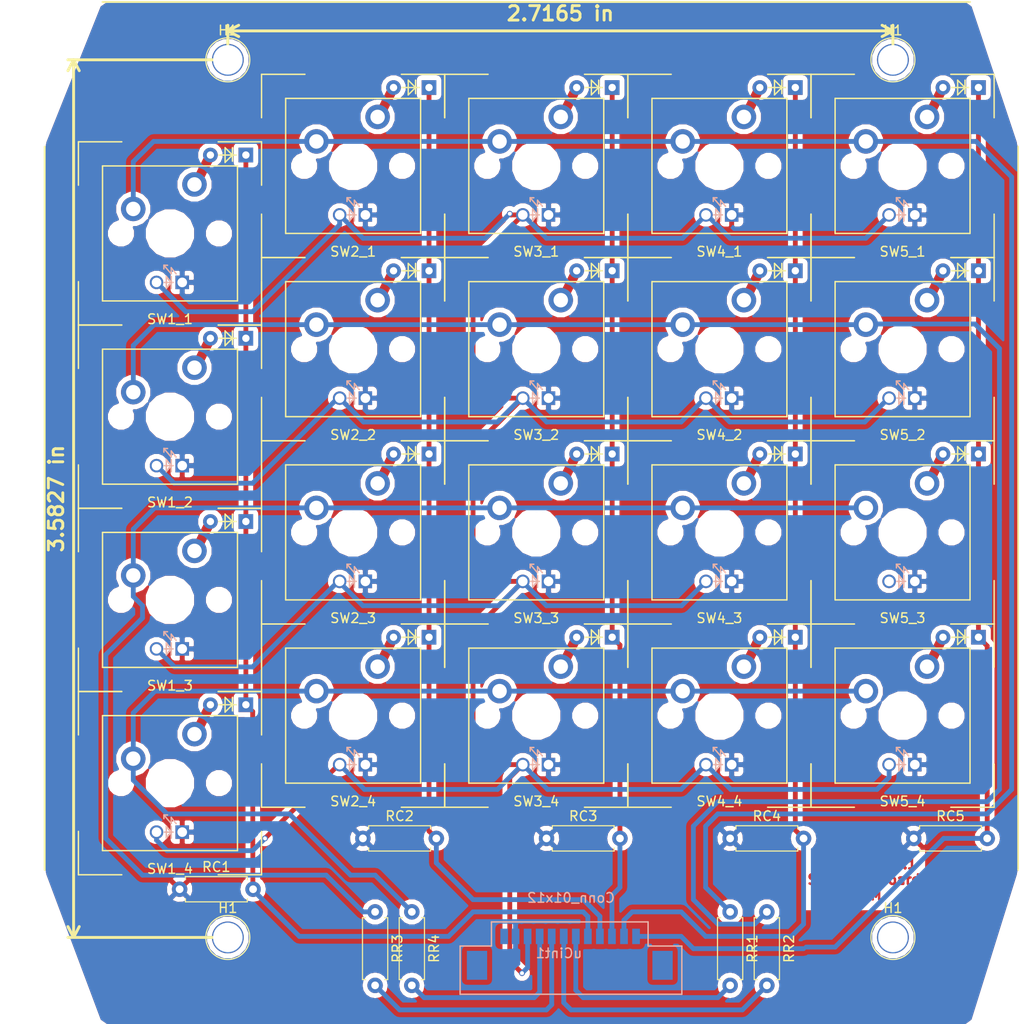
<source format=kicad_pcb>
(kicad_pcb (version 4) (host pcbnew 4.0.7-e2-6376~58~ubuntu16.04.1)
  (layers (0 F.Cu signal) (31 B.Cu signal) (34 B.Paste user) (35 F.Paste user) (36 B.SilkS user) (37 F.SilkS user) (38 B.Mask user) (39 F.Mask user) (44 Edge.Cuts user))
  (net 0 "")
  (net 1 GND)
  (net 2 C1)
  (net 3 C2)
  (net 4 C3)
  (net 5 C4)
  (net 6 C5)
  (net 7 R1)
  (net 8 pwmLED)
  (net 9 R2)
  (net 10 R3)
  (net 11 R4)
  (net 12 "Net-(RR1-Pad2)")
  (net 13 "Net-(RR2-Pad2)")
  (net 14 "Net-(RR3-Pad2)")
  (net 15 "Net-(RR4-Pad2)")
  (net 16 +5V)
  (module Keyboard:3mmHole (layer F.Cu) (at 66 45)
    (fp_text reference H1 (at 0 -3.048) (layer F.SilkS))
    (fp_text value 3mm)
    (pad "" np_thru_hole circle (at 0 0) (size 3.3 3.3) (drill 3.048) (layers *.Cu *.Mask))
  )
  (module Keyboard:3mmHole (layer F.Cu) (at 66 136)
    (fp_text reference H1 (at 0 -3.048) (layer F.SilkS))
    (fp_text value 3mm)
    (pad "" np_thru_hole circle (at 0 0) (size 3.3 3.3) (drill 3.048) (layers *.Cu *.Mask))
  )
  (module Keyboard:3mmHole (layer F.Cu) (at 135 136)
    (fp_text reference H1 (at 0 -3.048) (layer F.SilkS))
    (fp_text value 3mm)
    (pad "" np_thru_hole circle (at 0 0) (size 3.3 3.3) (drill 3.048) (layers *.Cu *.Mask))
  )
  (module CherryMX_PCB_DL (layer F.Cu) (at 60 82)
    (fp_text reference SW1_2 (at 0 8.89) (layer F.SilkS))
    (fp_text value SW_SPST_LED)
    (fp_line (start 3.048 -5.842) (end 3.937 -7.62) (layer F.Cu) (width 1))
    (pad 1 thru_hole circle (at -3.81 -2.54) (size 2.54 2.54) (drill 1.5) (layers *.Cu *.Mask) (net 9 R2))
    (pad "" thru_hole circle (at 2.54 -5.08) (size 2.54 2.54) (drill 1.5) (layers *.Cu *.Mask))
    (pad "" np_thru_hole circle (at 0 0) (size 4 4) (drill 4) (layers *.Cu *.Mask))
    (pad "" np_thru_hole circle (at -5.08 0) (size 1.7 1.7) (drill 1.7) (layers *.Cu *.Mask))
    (pad "" np_thru_hole circle (at 5.08 0) (size 1.7 1.7) (drill 1.7) (layers *.Cu *.Mask))
    (pad 4 thru_hole circle (at -1.397 5.08) (size 1.4064 1.4064) (drill 1) (layers *.Cu *.Mask) (net 8 pwmLED))
    (pad 3 thru_hole rect (at 1.27 5.08) (size 1.4064 1.4064) (drill 1) (layers *.Cu *.Mask) (net 1 GND))
    (pad 2 thru_hole rect (at 7.874 -8.128) (size 1.524 1.524) (drill 0.762) (layers *.Cu *.Mask) (net 2 C1))
    (pad "" thru_hole circle (at 4.191 -8.128) (size 1.524 1.524) (drill 0.762) (layers *.Cu *.Mask))
  )
  (module Resistors_THT:R_Axial_DIN0207_L6.3mm_D2.5mm_P7.62mm_Horizontal (layer F.Cu) (at 61 131)
    (fp_text reference RC1 (at 3.81 -2.31) (layer F.SilkS))
    (fp_text value R)
    (pad 1 thru_hole circle (at 0 0) (size 1.6 1.6) (drill 0.8) (layers *.Cu *.Mask) (net 1 GND))
    (pad 2 thru_hole oval (at 7.62 0) (size 1.6 1.6) (drill 0.8) (layers *.Cu *.Mask) (net 2 C1))
  )
  (module Resistors_THT:R_Axial_DIN0207_L6.3mm_D2.5mm_P7.62mm_Horizontal (layer F.Cu) (at 80.01 125.73)
    (fp_text reference RC2 (at 3.81 -2.31) (layer F.SilkS))
    (fp_text value R)
    (pad 1 thru_hole circle (at 0 0) (size 1.6 1.6) (drill 0.8) (layers *.Cu *.Mask) (net 1 GND))
    (pad 2 thru_hole oval (at 7.62 0) (size 1.6 1.6) (drill 0.8) (layers *.Cu *.Mask) (net 3 C2))
  )
  (module Resistors_THT:R_Axial_DIN0207_L6.3mm_D2.5mm_P7.62mm_Horizontal (layer F.Cu) (at 99.06 125.73)
    (fp_text reference RC3 (at 3.81 -2.31) (layer F.SilkS))
    (fp_text value R)
    (pad 1 thru_hole circle (at 0 0) (size 1.6 1.6) (drill 0.8) (layers *.Cu *.Mask) (net 1 GND))
    (pad 2 thru_hole oval (at 7.62 0) (size 1.6 1.6) (drill 0.8) (layers *.Cu *.Mask) (net 4 C3))
  )
  (module Resistors_THT:R_Axial_DIN0207_L6.3mm_D2.5mm_P7.62mm_Horizontal (layer F.Cu) (at 118.11 125.73)
    (fp_text reference RC4 (at 3.81 -2.31) (layer F.SilkS))
    (fp_text value R)
    (pad 1 thru_hole circle (at 0 0) (size 1.6 1.6) (drill 0.8) (layers *.Cu *.Mask) (net 1 GND))
    (pad 2 thru_hole oval (at 7.62 0) (size 1.6 1.6) (drill 0.8) (layers *.Cu *.Mask) (net 5 C4))
  )
  (module Resistors_THT:R_Axial_DIN0207_L6.3mm_D2.5mm_P7.62mm_Horizontal (layer F.Cu) (at 137.16 125.73)
    (fp_text reference RC5 (at 3.81 -2.31) (layer F.SilkS))
    (fp_text value R)
    (pad 1 thru_hole circle (at 0 0) (size 1.6 1.6) (drill 0.8) (layers *.Cu *.Mask) (net 1 GND))
    (pad 2 thru_hole oval (at 7.62 0) (size 1.6 1.6) (drill 0.8) (layers *.Cu *.Mask) (net 6 C5))
  )
  (module Keyboard:CherryMX_PCB_DL (layer F.Cu) (at 60 101)
    (fp_text reference SW1_3 (at 0 8.89) (layer F.SilkS))
    (fp_text value SW_SPST_LED)
    (fp_line (start 3.048 -5.842) (end 3.937 -7.62) (layer F.Cu) (width 1))
    (pad 1 thru_hole circle (at -3.81 -2.54) (size 2.54 2.54) (drill 1.5) (layers *.Cu *.Mask) (net 10 R3))
    (pad "" thru_hole circle (at 2.54 -5.08) (size 2.54 2.54) (drill 1.5) (layers *.Cu *.Mask))
    (pad "" np_thru_hole circle (at 0 0) (size 4 4) (drill 4) (layers *.Cu *.Mask))
    (pad "" np_thru_hole circle (at -5.08 0) (size 1.7 1.7) (drill 1.7) (layers *.Cu *.Mask))
    (pad "" np_thru_hole circle (at 5.08 0) (size 1.7 1.7) (drill 1.7) (layers *.Cu *.Mask))
    (pad 4 thru_hole circle (at -1.397 5.08) (size 1.4064 1.4064) (drill 1) (layers *.Cu *.Mask) (net 8 pwmLED))
    (pad 3 thru_hole rect (at 1.27 5.08) (size 1.4064 1.4064) (drill 1) (layers *.Cu *.Mask) (net 1 GND))
    (pad 2 thru_hole rect (at 7.874 -8.128) (size 1.524 1.524) (drill 0.762) (layers *.Cu *.Mask) (net 2 C1))
    (pad "" thru_hole circle (at 4.191 -8.128) (size 1.524 1.524) (drill 0.762) (layers *.Cu *.Mask))
  )
  (module Keyboard:CherryMX_PCB_DL (layer F.Cu) (at 60 63)
    (fp_text reference SW1_1 (at 0 8.89) (layer F.SilkS))
    (fp_text value SW_SPST_LED)
    (fp_line (start 3.048 -5.842) (end 3.937 -7.62) (layer F.Cu) (width 1))
    (pad 1 thru_hole circle (at -3.81 -2.54) (size 2.54 2.54) (drill 1.5) (layers *.Cu *.Mask) (net 7 R1))
    (pad "" thru_hole circle (at 2.54 -5.08) (size 2.54 2.54) (drill 1.5) (layers *.Cu *.Mask))
    (pad "" np_thru_hole circle (at 0 0) (size 4 4) (drill 4) (layers *.Cu *.Mask))
    (pad "" np_thru_hole circle (at -5.08 0) (size 1.7 1.7) (drill 1.7) (layers *.Cu *.Mask))
    (pad "" np_thru_hole circle (at 5.08 0) (size 1.7 1.7) (drill 1.7) (layers *.Cu *.Mask))
    (pad 4 thru_hole circle (at -1.397 5.08) (size 1.4064 1.4064) (drill 1) (layers *.Cu *.Mask) (net 8 pwmLED))
    (pad 3 thru_hole rect (at 1.27 5.08) (size 1.4064 1.4064) (drill 1) (layers *.Cu *.Mask) (net 1 GND))
    (pad 2 thru_hole rect (at 7.874 -8.128) (size 1.524 1.524) (drill 0.762) (layers *.Cu *.Mask) (net 2 C1))
    (pad "" thru_hole circle (at 4.191 -8.128) (size 1.524 1.524) (drill 0.762) (layers *.Cu *.Mask))
  )
  (module Keyboard:CherryMX_PCB_DL (layer F.Cu) (at 60 120)
    (fp_text reference SW1_4 (at 0 8.89) (layer F.SilkS))
    (fp_text value SW_SPST_LED)
    (fp_line (start 3.048 -5.842) (end 3.937 -7.62) (layer F.Cu) (width 1))
    (pad 1 thru_hole circle (at -3.81 -2.54) (size 2.54 2.54) (drill 1.5) (layers *.Cu *.Mask) (net 11 R4))
    (pad "" thru_hole circle (at 2.54 -5.08) (size 2.54 2.54) (drill 1.5) (layers *.Cu *.Mask))
    (pad "" np_thru_hole circle (at 0 0) (size 4 4) (drill 4) (layers *.Cu *.Mask))
    (pad "" np_thru_hole circle (at -5.08 0) (size 1.7 1.7) (drill 1.7) (layers *.Cu *.Mask))
    (pad "" np_thru_hole circle (at 5.08 0) (size 1.7 1.7) (drill 1.7) (layers *.Cu *.Mask))
    (pad 4 thru_hole circle (at -1.397 5.08) (size 1.4064 1.4064) (drill 1) (layers *.Cu *.Mask) (net 8 pwmLED))
    (pad 3 thru_hole rect (at 1.27 5.08) (size 1.4064 1.4064) (drill 1) (layers *.Cu *.Mask) (net 1 GND))
    (pad 2 thru_hole rect (at 7.874 -8.128) (size 1.524 1.524) (drill 0.762) (layers *.Cu *.Mask) (net 2 C1))
    (pad "" thru_hole circle (at 4.191 -8.128) (size 1.524 1.524) (drill 0.762) (layers *.Cu *.Mask))
  )
  (module Keyboard:CherryMX_PCB_DL (layer F.Cu) (at 79 56)
    (fp_text reference SW2_1 (at 0 8.89) (layer F.SilkS))
    (fp_text value SW_SPST_LED)
    (fp_line (start 3.048 -5.842) (end 3.937 -7.62) (layer F.Cu) (width 1))
    (pad 1 thru_hole circle (at -3.81 -2.54) (size 2.54 2.54) (drill 1.5) (layers *.Cu *.Mask) (net 7 R1))
    (pad "" thru_hole circle (at 2.54 -5.08) (size 2.54 2.54) (drill 1.5) (layers *.Cu *.Mask))
    (pad "" np_thru_hole circle (at 0 0) (size 4 4) (drill 4) (layers *.Cu *.Mask))
    (pad "" np_thru_hole circle (at -5.08 0) (size 1.7 1.7) (drill 1.7) (layers *.Cu *.Mask))
    (pad "" np_thru_hole circle (at 5.08 0) (size 1.7 1.7) (drill 1.7) (layers *.Cu *.Mask))
    (pad 4 thru_hole circle (at -1.397 5.08) (size 1.4064 1.4064) (drill 1) (layers *.Cu *.Mask) (net 8 pwmLED))
    (pad 3 thru_hole rect (at 1.27 5.08) (size 1.4064 1.4064) (drill 1) (layers *.Cu *.Mask) (net 1 GND))
    (pad 2 thru_hole rect (at 7.874 -8.128) (size 1.524 1.524) (drill 0.762) (layers *.Cu *.Mask) (net 3 C2))
    (pad "" thru_hole circle (at 4.191 -8.128) (size 1.524 1.524) (drill 0.762) (layers *.Cu *.Mask))
  )
  (module Keyboard:CherryMX_PCB_DL (layer F.Cu) (at 79 75)
    (fp_text reference SW2_2 (at 0 8.89) (layer F.SilkS))
    (fp_text value SW_SPST_LED)
    (fp_line (start 3.048 -5.842) (end 3.937 -7.62) (layer F.Cu) (width 1))
    (pad 1 thru_hole circle (at -3.81 -2.54) (size 2.54 2.54) (drill 1.5) (layers *.Cu *.Mask) (net 9 R2))
    (pad "" thru_hole circle (at 2.54 -5.08) (size 2.54 2.54) (drill 1.5) (layers *.Cu *.Mask))
    (pad "" np_thru_hole circle (at 0 0) (size 4 4) (drill 4) (layers *.Cu *.Mask))
    (pad "" np_thru_hole circle (at -5.08 0) (size 1.7 1.7) (drill 1.7) (layers *.Cu *.Mask))
    (pad "" np_thru_hole circle (at 5.08 0) (size 1.7 1.7) (drill 1.7) (layers *.Cu *.Mask))
    (pad 4 thru_hole circle (at -1.397 5.08) (size 1.4064 1.4064) (drill 1) (layers *.Cu *.Mask) (net 8 pwmLED))
    (pad 3 thru_hole rect (at 1.27 5.08) (size 1.4064 1.4064) (drill 1) (layers *.Cu *.Mask) (net 1 GND))
    (pad 2 thru_hole rect (at 7.874 -8.128) (size 1.524 1.524) (drill 0.762) (layers *.Cu *.Mask) (net 3 C2))
    (pad "" thru_hole circle (at 4.191 -8.128) (size 1.524 1.524) (drill 0.762) (layers *.Cu *.Mask))
  )
  (module Keyboard:CherryMX_PCB_DL (layer F.Cu) (at 79 94)
    (fp_text reference SW2_3 (at 0 8.89) (layer F.SilkS))
    (fp_text value SW_SPST_LED)
    (fp_line (start 3.048 -5.842) (end 3.937 -7.62) (layer F.Cu) (width 1))
    (pad 1 thru_hole circle (at -3.81 -2.54) (size 2.54 2.54) (drill 1.5) (layers *.Cu *.Mask) (net 10 R3))
    (pad "" thru_hole circle (at 2.54 -5.08) (size 2.54 2.54) (drill 1.5) (layers *.Cu *.Mask))
    (pad "" np_thru_hole circle (at 0 0) (size 4 4) (drill 4) (layers *.Cu *.Mask))
    (pad "" np_thru_hole circle (at -5.08 0) (size 1.7 1.7) (drill 1.7) (layers *.Cu *.Mask))
    (pad "" np_thru_hole circle (at 5.08 0) (size 1.7 1.7) (drill 1.7) (layers *.Cu *.Mask))
    (pad 4 thru_hole circle (at -1.397 5.08) (size 1.4064 1.4064) (drill 1) (layers *.Cu *.Mask) (net 8 pwmLED))
    (pad 3 thru_hole rect (at 1.27 5.08) (size 1.4064 1.4064) (drill 1) (layers *.Cu *.Mask) (net 1 GND))
    (pad 2 thru_hole rect (at 7.874 -8.128) (size 1.524 1.524) (drill 0.762) (layers *.Cu *.Mask) (net 3 C2))
    (pad "" thru_hole circle (at 4.191 -8.128) (size 1.524 1.524) (drill 0.762) (layers *.Cu *.Mask))
  )
  (module Keyboard:CherryMX_PCB_DL (layer F.Cu) (at 79 113)
    (fp_text reference SW2_4 (at 0 8.89) (layer F.SilkS))
    (fp_text value SW_SPST_LED)
    (fp_line (start 3.048 -5.842) (end 3.937 -7.62) (layer F.Cu) (width 1))
    (pad 1 thru_hole circle (at -3.81 -2.54) (size 2.54 2.54) (drill 1.5) (layers *.Cu *.Mask) (net 11 R4))
    (pad "" thru_hole circle (at 2.54 -5.08) (size 2.54 2.54) (drill 1.5) (layers *.Cu *.Mask))
    (pad "" np_thru_hole circle (at 0 0) (size 4 4) (drill 4) (layers *.Cu *.Mask))
    (pad "" np_thru_hole circle (at -5.08 0) (size 1.7 1.7) (drill 1.7) (layers *.Cu *.Mask))
    (pad "" np_thru_hole circle (at 5.08 0) (size 1.7 1.7) (drill 1.7) (layers *.Cu *.Mask))
    (pad 4 thru_hole circle (at -1.397 5.08) (size 1.4064 1.4064) (drill 1) (layers *.Cu *.Mask) (net 8 pwmLED))
    (pad 3 thru_hole rect (at 1.27 5.08) (size 1.4064 1.4064) (drill 1) (layers *.Cu *.Mask) (net 1 GND))
    (pad 2 thru_hole rect (at 7.874 -8.128) (size 1.524 1.524) (drill 0.762) (layers *.Cu *.Mask) (net 3 C2))
    (pad "" thru_hole circle (at 4.191 -8.128) (size 1.524 1.524) (drill 0.762) (layers *.Cu *.Mask))
  )
  (module Keyboard:CherryMX_PCB_DL (layer F.Cu) (at 98 75)
    (fp_text reference SW3_2 (at 0 8.89) (layer F.SilkS))
    (fp_text value SW_SPST_LED)
    (fp_line (start 3.048 -5.842) (end 3.937 -7.62) (layer F.Cu) (width 1))
    (pad 1 thru_hole circle (at -3.81 -2.54) (size 2.54 2.54) (drill 1.5) (layers *.Cu *.Mask) (net 9 R2))
    (pad "" thru_hole circle (at 2.54 -5.08) (size 2.54 2.54) (drill 1.5) (layers *.Cu *.Mask))
    (pad "" np_thru_hole circle (at 0 0) (size 4 4) (drill 4) (layers *.Cu *.Mask))
    (pad "" np_thru_hole circle (at -5.08 0) (size 1.7 1.7) (drill 1.7) (layers *.Cu *.Mask))
    (pad "" np_thru_hole circle (at 5.08 0) (size 1.7 1.7) (drill 1.7) (layers *.Cu *.Mask))
    (pad 4 thru_hole circle (at -1.397 5.08) (size 1.4064 1.4064) (drill 1) (layers *.Cu *.Mask) (net 8 pwmLED))
    (pad 3 thru_hole rect (at 1.27 5.08) (size 1.4064 1.4064) (drill 1) (layers *.Cu *.Mask) (net 1 GND))
    (pad 2 thru_hole rect (at 7.874 -8.128) (size 1.524 1.524) (drill 0.762) (layers *.Cu *.Mask) (net 4 C3))
    (pad "" thru_hole circle (at 4.191 -8.128) (size 1.524 1.524) (drill 0.762) (layers *.Cu *.Mask))
  )
  (module Keyboard:CherryMX_PCB_DL (layer F.Cu) (at 98 56)
    (fp_text reference SW3_1 (at 0 8.89) (layer F.SilkS))
    (fp_text value SW_SPST_LED)
    (fp_line (start 3.048 -5.842) (end 3.937 -7.62) (layer F.Cu) (width 1))
    (pad 1 thru_hole circle (at -3.81 -2.54) (size 2.54 2.54) (drill 1.5) (layers *.Cu *.Mask) (net 7 R1))
    (pad "" thru_hole circle (at 2.54 -5.08) (size 2.54 2.54) (drill 1.5) (layers *.Cu *.Mask))
    (pad "" np_thru_hole circle (at 0 0) (size 4 4) (drill 4) (layers *.Cu *.Mask))
    (pad "" np_thru_hole circle (at -5.08 0) (size 1.7 1.7) (drill 1.7) (layers *.Cu *.Mask))
    (pad "" np_thru_hole circle (at 5.08 0) (size 1.7 1.7) (drill 1.7) (layers *.Cu *.Mask))
    (pad 4 thru_hole circle (at -1.397 5.08) (size 1.4064 1.4064) (drill 1) (layers *.Cu *.Mask) (net 8 pwmLED))
    (pad 3 thru_hole rect (at 1.27 5.08) (size 1.4064 1.4064) (drill 1) (layers *.Cu *.Mask) (net 1 GND))
    (pad 2 thru_hole rect (at 7.874 -8.128) (size 1.524 1.524) (drill 0.762) (layers *.Cu *.Mask) (net 4 C3))
    (pad "" thru_hole circle (at 4.191 -8.128) (size 1.524 1.524) (drill 0.762) (layers *.Cu *.Mask))
  )
  (module Keyboard:CherryMX_PCB_DL (layer F.Cu) (at 98 113)
    (fp_text reference SW3_4 (at 0 8.89) (layer F.SilkS))
    (fp_text value SW_SPST_LED)
    (fp_line (start 3.048 -5.842) (end 3.937 -7.62) (layer F.Cu) (width 1))
    (pad 1 thru_hole circle (at -3.81 -2.54) (size 2.54 2.54) (drill 1.5) (layers *.Cu *.Mask) (net 11 R4))
    (pad "" thru_hole circle (at 2.54 -5.08) (size 2.54 2.54) (drill 1.5) (layers *.Cu *.Mask))
    (pad "" np_thru_hole circle (at 0 0) (size 4 4) (drill 4) (layers *.Cu *.Mask))
    (pad "" np_thru_hole circle (at -5.08 0) (size 1.7 1.7) (drill 1.7) (layers *.Cu *.Mask))
    (pad "" np_thru_hole circle (at 5.08 0) (size 1.7 1.7) (drill 1.7) (layers *.Cu *.Mask))
    (pad 4 thru_hole circle (at -1.397 5.08) (size 1.4064 1.4064) (drill 1) (layers *.Cu *.Mask) (net 8 pwmLED))
    (pad 3 thru_hole rect (at 1.27 5.08) (size 1.4064 1.4064) (drill 1) (layers *.Cu *.Mask) (net 1 GND))
    (pad 2 thru_hole rect (at 7.874 -8.128) (size 1.524 1.524) (drill 0.762) (layers *.Cu *.Mask) (net 4 C3))
    (pad "" thru_hole circle (at 4.191 -8.128) (size 1.524 1.524) (drill 0.762) (layers *.Cu *.Mask))
  )
  (module Keyboard:CherryMX_PCB_DL (layer F.Cu) (at 98 94)
    (fp_text reference SW3_3 (at 0 8.89) (layer F.SilkS))
    (fp_text value SW_SPST_LED)
    (fp_line (start 3.048 -5.842) (end 3.937 -7.62) (layer F.Cu) (width 1))
    (pad 1 thru_hole circle (at -3.81 -2.54) (size 2.54 2.54) (drill 1.5) (layers *.Cu *.Mask) (net 10 R3))
    (pad "" thru_hole circle (at 2.54 -5.08) (size 2.54 2.54) (drill 1.5) (layers *.Cu *.Mask))
    (pad "" np_thru_hole circle (at 0 0) (size 4 4) (drill 4) (layers *.Cu *.Mask))
    (pad "" np_thru_hole circle (at -5.08 0) (size 1.7 1.7) (drill 1.7) (layers *.Cu *.Mask))
    (pad "" np_thru_hole circle (at 5.08 0) (size 1.7 1.7) (drill 1.7) (layers *.Cu *.Mask))
    (pad 4 thru_hole circle (at -1.397 5.08) (size 1.4064 1.4064) (drill 1) (layers *.Cu *.Mask) (net 8 pwmLED))
    (pad 3 thru_hole rect (at 1.27 5.08) (size 1.4064 1.4064) (drill 1) (layers *.Cu *.Mask) (net 1 GND))
    (pad 2 thru_hole rect (at 7.874 -8.128) (size 1.524 1.524) (drill 0.762) (layers *.Cu *.Mask) (net 4 C3))
    (pad "" thru_hole circle (at 4.191 -8.128) (size 1.524 1.524) (drill 0.762) (layers *.Cu *.Mask))
  )
  (module Keyboard:CherryMX_PCB_DL (layer F.Cu) (at 117 56)
    (fp_text reference SW4_1 (at 0 8.89) (layer F.SilkS))
    (fp_text value SW_SPST_LED)
    (fp_line (start 3.048 -5.842) (end 3.937 -7.62) (layer F.Cu) (width 1))
    (pad 1 thru_hole circle (at -3.81 -2.54) (size 2.54 2.54) (drill 1.5) (layers *.Cu *.Mask) (net 7 R1))
    (pad "" thru_hole circle (at 2.54 -5.08) (size 2.54 2.54) (drill 1.5) (layers *.Cu *.Mask))
    (pad "" np_thru_hole circle (at 0 0) (size 4 4) (drill 4) (layers *.Cu *.Mask))
    (pad "" np_thru_hole circle (at -5.08 0) (size 1.7 1.7) (drill 1.7) (layers *.Cu *.Mask))
    (pad "" np_thru_hole circle (at 5.08 0) (size 1.7 1.7) (drill 1.7) (layers *.Cu *.Mask))
    (pad 4 thru_hole circle (at -1.397 5.08) (size 1.4064 1.4064) (drill 1) (layers *.Cu *.Mask) (net 8 pwmLED))
    (pad 3 thru_hole rect (at 1.27 5.08) (size 1.4064 1.4064) (drill 1) (layers *.Cu *.Mask) (net 1 GND))
    (pad 2 thru_hole rect (at 7.874 -8.128) (size 1.524 1.524) (drill 0.762) (layers *.Cu *.Mask) (net 5 C4))
    (pad "" thru_hole circle (at 4.191 -8.128) (size 1.524 1.524) (drill 0.762) (layers *.Cu *.Mask))
  )
  (module Keyboard:CherryMX_PCB_DL (layer F.Cu) (at 117 75)
    (fp_text reference SW4_2 (at 0 8.89) (layer F.SilkS))
    (fp_text value SW_SPST_LED)
    (fp_line (start 3.048 -5.842) (end 3.937 -7.62) (layer F.Cu) (width 1))
    (pad 1 thru_hole circle (at -3.81 -2.54) (size 2.54 2.54) (drill 1.5) (layers *.Cu *.Mask) (net 9 R2))
    (pad "" thru_hole circle (at 2.54 -5.08) (size 2.54 2.54) (drill 1.5) (layers *.Cu *.Mask))
    (pad "" np_thru_hole circle (at 0 0) (size 4 4) (drill 4) (layers *.Cu *.Mask))
    (pad "" np_thru_hole circle (at -5.08 0) (size 1.7 1.7) (drill 1.7) (layers *.Cu *.Mask))
    (pad "" np_thru_hole circle (at 5.08 0) (size 1.7 1.7) (drill 1.7) (layers *.Cu *.Mask))
    (pad 4 thru_hole circle (at -1.397 5.08) (size 1.4064 1.4064) (drill 1) (layers *.Cu *.Mask) (net 8 pwmLED))
    (pad 3 thru_hole rect (at 1.27 5.08) (size 1.4064 1.4064) (drill 1) (layers *.Cu *.Mask) (net 1 GND))
    (pad 2 thru_hole rect (at 7.874 -8.128) (size 1.524 1.524) (drill 0.762) (layers *.Cu *.Mask) (net 5 C4))
    (pad "" thru_hole circle (at 4.191 -8.128) (size 1.524 1.524) (drill 0.762) (layers *.Cu *.Mask))
  )
  (module Keyboard:CherryMX_PCB_DL (layer F.Cu) (at 117 94)
    (fp_text reference SW4_3 (at 0 8.89) (layer F.SilkS))
    (fp_text value SW_SPST_LED)
    (fp_line (start 3.048 -5.842) (end 3.937 -7.62) (layer F.Cu) (width 1))
    (pad 1 thru_hole circle (at -3.81 -2.54) (size 2.54 2.54) (drill 1.5) (layers *.Cu *.Mask) (net 10 R3))
    (pad "" thru_hole circle (at 2.54 -5.08) (size 2.54 2.54) (drill 1.5) (layers *.Cu *.Mask))
    (pad "" np_thru_hole circle (at 0 0) (size 4 4) (drill 4) (layers *.Cu *.Mask))
    (pad "" np_thru_hole circle (at -5.08 0) (size 1.7 1.7) (drill 1.7) (layers *.Cu *.Mask))
    (pad "" np_thru_hole circle (at 5.08 0) (size 1.7 1.7) (drill 1.7) (layers *.Cu *.Mask))
    (pad 4 thru_hole circle (at -1.397 5.08) (size 1.4064 1.4064) (drill 1) (layers *.Cu *.Mask) (net 8 pwmLED))
    (pad 3 thru_hole rect (at 1.27 5.08) (size 1.4064 1.4064) (drill 1) (layers *.Cu *.Mask) (net 1 GND))
    (pad 2 thru_hole rect (at 7.874 -8.128) (size 1.524 1.524) (drill 0.762) (layers *.Cu *.Mask) (net 5 C4))
    (pad "" thru_hole circle (at 4.191 -8.128) (size 1.524 1.524) (drill 0.762) (layers *.Cu *.Mask))
  )
  (module Keyboard:CherryMX_PCB_DL (layer F.Cu) (at 117 113)
    (fp_text reference SW4_4 (at 0 8.89) (layer F.SilkS))
    (fp_text value SW_SPST_LED)
    (fp_line (start 3.048 -5.842) (end 3.937 -7.62) (layer F.Cu) (width 1))
    (pad 1 thru_hole circle (at -3.81 -2.54) (size 2.54 2.54) (drill 1.5) (layers *.Cu *.Mask) (net 11 R4))
    (pad "" thru_hole circle (at 2.54 -5.08) (size 2.54 2.54) (drill 1.5) (layers *.Cu *.Mask))
    (pad "" np_thru_hole circle (at 0 0) (size 4 4) (drill 4) (layers *.Cu *.Mask))
    (pad "" np_thru_hole circle (at -5.08 0) (size 1.7 1.7) (drill 1.7) (layers *.Cu *.Mask))
    (pad "" np_thru_hole circle (at 5.08 0) (size 1.7 1.7) (drill 1.7) (layers *.Cu *.Mask))
    (pad 4 thru_hole circle (at -1.397 5.08) (size 1.4064 1.4064) (drill 1) (layers *.Cu *.Mask) (net 8 pwmLED))
    (pad 3 thru_hole rect (at 1.27 5.08) (size 1.4064 1.4064) (drill 1) (layers *.Cu *.Mask) (net 1 GND))
    (pad 2 thru_hole rect (at 7.874 -8.128) (size 1.524 1.524) (drill 0.762) (layers *.Cu *.Mask) (net 5 C4))
    (pad "" thru_hole circle (at 4.191 -8.128) (size 1.524 1.524) (drill 0.762) (layers *.Cu *.Mask))
  )
  (module Keyboard:CherryMX_PCB_DL (layer F.Cu) (at 136 113)
    (fp_text reference SW5_4 (at 0 8.89) (layer F.SilkS))
    (fp_text value SW_SPST_LED)
    (fp_line (start 3.048 -5.842) (end 3.937 -7.62) (layer F.Cu) (width 1))
    (pad 1 thru_hole circle (at -3.81 -2.54) (size 2.54 2.54) (drill 1.5) (layers *.Cu *.Mask) (net 11 R4))
    (pad "" thru_hole circle (at 2.54 -5.08) (size 2.54 2.54) (drill 1.5) (layers *.Cu *.Mask))
    (pad "" np_thru_hole circle (at 0 0) (size 4 4) (drill 4) (layers *.Cu *.Mask))
    (pad "" np_thru_hole circle (at -5.08 0) (size 1.7 1.7) (drill 1.7) (layers *.Cu *.Mask))
    (pad "" np_thru_hole circle (at 5.08 0) (size 1.7 1.7) (drill 1.7) (layers *.Cu *.Mask))
    (pad 4 thru_hole circle (at -1.397 5.08) (size 1.4064 1.4064) (drill 1) (layers *.Cu *.Mask) (net 8 pwmLED))
    (pad 3 thru_hole rect (at 1.27 5.08) (size 1.4064 1.4064) (drill 1) (layers *.Cu *.Mask) (net 1 GND))
    (pad 2 thru_hole rect (at 7.874 -8.128) (size 1.524 1.524) (drill 0.762) (layers *.Cu *.Mask) (net 6 C5))
    (pad "" thru_hole circle (at 4.191 -8.128) (size 1.524 1.524) (drill 0.762) (layers *.Cu *.Mask))
  )
  (module Keyboard:CherryMX_PCB_DL (layer F.Cu) (at 136 94)
    (fp_text reference SW5_3 (at 0 8.89) (layer F.SilkS))
    (fp_text value SW_SPST_LED)
    (fp_line (start 3.048 -5.842) (end 3.937 -7.62) (layer F.Cu) (width 1))
    (pad 1 thru_hole circle (at -3.81 -2.54) (size 2.54 2.54) (drill 1.5) (layers *.Cu *.Mask) (net 10 R3))
    (pad "" thru_hole circle (at 2.54 -5.08) (size 2.54 2.54) (drill 1.5) (layers *.Cu *.Mask))
    (pad "" np_thru_hole circle (at 0 0) (size 4 4) (drill 4) (layers *.Cu *.Mask))
    (pad "" np_thru_hole circle (at -5.08 0) (size 1.7 1.7) (drill 1.7) (layers *.Cu *.Mask))
    (pad "" np_thru_hole circle (at 5.08 0) (size 1.7 1.7) (drill 1.7) (layers *.Cu *.Mask))
    (pad 4 thru_hole circle (at -1.397 5.08) (size 1.4064 1.4064) (drill 1) (layers *.Cu *.Mask) (net 8 pwmLED))
    (pad 3 thru_hole rect (at 1.27 5.08) (size 1.4064 1.4064) (drill 1) (layers *.Cu *.Mask) (net 1 GND))
    (pad 2 thru_hole rect (at 7.874 -8.128) (size 1.524 1.524) (drill 0.762) (layers *.Cu *.Mask) (net 6 C5))
    (pad "" thru_hole circle (at 4.191 -8.128) (size 1.524 1.524) (drill 0.762) (layers *.Cu *.Mask))
  )
  (module Keyboard:CherryMX_PCB_DL (layer F.Cu) (at 136 75)
    (fp_text reference SW5_2 (at 0 8.89) (layer F.SilkS))
    (fp_text value SW_SPST_LED)
    (fp_line (start 3.048 -5.842) (end 3.937 -7.62) (layer F.Cu) (width 1))
    (pad 1 thru_hole circle (at -3.81 -2.54) (size 2.54 2.54) (drill 1.5) (layers *.Cu *.Mask) (net 9 R2))
    (pad "" thru_hole circle (at 2.54 -5.08) (size 2.54 2.54) (drill 1.5) (layers *.Cu *.Mask))
    (pad "" np_thru_hole circle (at 0 0) (size 4 4) (drill 4) (layers *.Cu *.Mask))
    (pad "" np_thru_hole circle (at -5.08 0) (size 1.7 1.7) (drill 1.7) (layers *.Cu *.Mask))
    (pad "" np_thru_hole circle (at 5.08 0) (size 1.7 1.7) (drill 1.7) (layers *.Cu *.Mask))
    (pad 4 thru_hole circle (at -1.397 5.08) (size 1.4064 1.4064) (drill 1) (layers *.Cu *.Mask) (net 8 pwmLED))
    (pad 3 thru_hole rect (at 1.27 5.08) (size 1.4064 1.4064) (drill 1) (layers *.Cu *.Mask) (net 1 GND))
    (pad 2 thru_hole rect (at 7.874 -8.128) (size 1.524 1.524) (drill 0.762) (layers *.Cu *.Mask) (net 6 C5))
    (pad "" thru_hole circle (at 4.191 -8.128) (size 1.524 1.524) (drill 0.762) (layers *.Cu *.Mask))
  )
  (module Keyboard:CherryMX_PCB_DL (layer F.Cu) (at 136 56)
    (fp_text reference SW5_1 (at 0 8.89) (layer F.SilkS))
    (fp_text value SW_SPST_LED)
    (fp_line (start 3.048 -5.842) (end 3.937 -7.62) (layer F.Cu) (width 1))
    (pad 1 thru_hole circle (at -3.81 -2.54) (size 2.54 2.54) (drill 1.5) (layers *.Cu *.Mask) (net 7 R1))
    (pad "" thru_hole circle (at 2.54 -5.08) (size 2.54 2.54) (drill 1.5) (layers *.Cu *.Mask))
    (pad "" np_thru_hole circle (at 0 0) (size 4 4) (drill 4) (layers *.Cu *.Mask))
    (pad "" np_thru_hole circle (at -5.08 0) (size 1.7 1.7) (drill 1.7) (layers *.Cu *.Mask))
    (pad "" np_thru_hole circle (at 5.08 0) (size 1.7 1.7) (drill 1.7) (layers *.Cu *.Mask))
    (pad 4 thru_hole circle (at -1.397 5.08) (size 1.4064 1.4064) (drill 1) (layers *.Cu *.Mask) (net 8 pwmLED))
    (pad 3 thru_hole rect (at 1.27 5.08) (size 1.4064 1.4064) (drill 1) (layers *.Cu *.Mask) (net 1 GND))
    (pad 2 thru_hole rect (at 7.874 -8.128) (size 1.524 1.524) (drill 0.762) (layers *.Cu *.Mask) (net 6 C5))
    (pad "" thru_hole circle (at 4.191 -8.128) (size 1.524 1.524) (drill 0.762) (layers *.Cu *.Mask))
  )
  (module Resistors_THT:R_Axial_DIN0207_L6.3mm_D2.5mm_P7.62mm_Horizontal (layer F.Cu) (at 118.11 133.35 270)
    (fp_text reference RR1 (at 3.81 -2.31 270) (layer F.SilkS))
    (fp_text value R)
    (pad 1 thru_hole circle (at 0 0 270) (size 1.6 1.6) (drill 0.8) (layers *.Cu *.Mask) (net 7 R1))
    (pad 2 thru_hole oval (at 7.62 0 270) (size 1.6 1.6) (drill 0.8) (layers *.Cu *.Mask) (net 12 "Net-(RR1-Pad2)"))
  )
  (module Resistors_THT:R_Axial_DIN0207_L6.3mm_D2.5mm_P7.62mm_Horizontal (layer F.Cu) (at 121.92 133.35 270)
    (fp_text reference RR2 (at 3.81 -2.31 270) (layer F.SilkS))
    (fp_text value R)
    (pad 1 thru_hole circle (at 0 0 270) (size 1.6 1.6) (drill 0.8) (layers *.Cu *.Mask) (net 9 R2))
    (pad 2 thru_hole oval (at 7.62 0 270) (size 1.6 1.6) (drill 0.8) (layers *.Cu *.Mask) (net 13 "Net-(RR2-Pad2)"))
  )
  (module Resistors_THT:R_Axial_DIN0207_L6.3mm_D2.5mm_P7.62mm_Horizontal (layer F.Cu) (at 81.28 133.35 270)
    (fp_text reference RR3 (at 3.81 -2.31 270) (layer F.SilkS))
    (fp_text value R)
    (pad 1 thru_hole circle (at 0 0 270) (size 1.6 1.6) (drill 0.8) (layers *.Cu *.Mask) (net 10 R3))
    (pad 2 thru_hole oval (at 7.62 0 270) (size 1.6 1.6) (drill 0.8) (layers *.Cu *.Mask) (net 14 "Net-(RR3-Pad2)"))
  )
  (module Resistors_THT:R_Axial_DIN0207_L6.3mm_D2.5mm_P7.62mm_Horizontal (layer F.Cu) (at 85.09 133.35 270)
    (fp_text reference RR4 (at 3.81 -2.31 270) (layer F.SilkS))
    (fp_text value R)
    (pad 1 thru_hole circle (at 0 0 270) (size 1.6 1.6) (drill 0.8) (layers *.Cu *.Mask) (net 11 R4))
    (pad 2 thru_hole oval (at 7.62 0 270) (size 1.6 1.6) (drill 0.8) (layers *.Cu *.Mask) (net 15 "Net-(RR4-Pad2)"))
  )
  (module Keyboard:Molex_Right_Angle_1.25_mm_12_Contacts (layer B.Cu) (at 101.6 135.89 270)
    (fp_text reference uCint1 (at 1.75 1.25 360) (layer B.SilkS) (effects (justify mirror)))
    (fp_text value Conn_01x12 (at -4 0 360) (layer B.SilkS) (effects (justify mirror)))
    (pad "" smd rect (at 3 -9.5 270) (size 3 2.1) (layers B.Cu B.Paste B.Mask))
    (pad 1 smd rect (at 0 6.93 270) (size 1.6 0.8) (layers B.Cu B.Paste B.Mask) (net 16 +5V))
    (pad 2 smd rect (at 0 5.75 270) (size 1.6 0.8) (layers B.Cu B.Paste B.Mask) (net 1 GND))
    (pad 3 smd rect (at 0 4.5 270) (size 1.6 0.8) (layers B.Cu B.Paste B.Mask) (net 8 pwmLED))
    (pad 4 smd rect (at 0 3.25 270) (size 1.6 0.8) (layers B.Cu B.Paste B.Mask) (net 15 "Net-(RR4-Pad2)"))
    (pad 5 smd rect (at 0 2 270) (size 1.6 0.8) (layers B.Cu B.Paste B.Mask) (net 14 "Net-(RR3-Pad2)"))
    (pad 6 smd rect (at 0 0.75 270) (size 1.6 0.8) (layers B.Cu B.Paste B.Mask) (net 13 "Net-(RR2-Pad2)"))
    (pad 7 smd rect (at 0 -0.5 270) (size 1.6 0.8) (layers B.Cu B.Paste B.Mask) (net 12 "Net-(RR1-Pad2)"))
    (pad 8 smd rect (at 0 -1.75 270) (size 1.6 0.8) (layers B.Cu B.Paste B.Mask) (net 2 C1))
    (pad 9 smd rect (at 0 -3 270) (size 1.6 0.8) (layers B.Cu B.Paste B.Mask) (net 3 C2))
    (pad 10 smd rect (at 0 -4.25 270) (size 1.6 0.8) (layers B.Cu B.Paste B.Mask) (net 4 C3))
    (pad 11 smd rect (at 0 -5.5 270) (size 1.6 0.8) (layers B.Cu B.Paste B.Mask) (net 5 C4))
    (pad 12 smd rect (at 0 -6.75 270) (size 1.6 0.8) (layers B.Cu B.Paste B.Mask) (net 6 C5))
    (pad "" smd rect (at 3 9.75 270) (size 3 2.1) (layers B.Cu B.Paste B.Mask))
  )
  (module Keyboard:3mmHole (layer F.Cu) (at 135 45)
    (fp_text reference H1 (at 0 -3.048) (layer F.SilkS))
    (fp_text value 3mm)
    (pad "" np_thru_hole circle (at 0 0) (size 3.3 3.3) (drill 3.048) (layers *.Cu *.Mask))
  )
  (gr_line (start 148 129) (end 148 54) (angle 90) (layer F.SilkS) (width 0.2))
  (gr_line (start 47 54) (end 47 129) (angle 90) (layer F.SilkS) (width 0.2))
  (gr_line (start 143 39) (end 53 39) (angle 90) (layer F.SilkS) (width 0.2))
  (dimension 91 (width 0.3) (layer F.SilkS) (gr_text "91.000 mm" (at 48.65 90.5 270) (layer F.SilkS) (effects (font (size 1.5 1.5) (thickness 0.3)))) (feature1 (pts (xy 66 136) (xy 47.3 136))) (feature2 (pts (xy 66 45) (xy 47.3 45))) (crossbar (pts (xy 50 45) (xy 50 136))) (arrow1a (pts (xy 50 136) (xy 49.413579 134.873496))) (arrow1b (pts (xy 50 136) (xy 50.586421 134.873496))) (arrow2a (pts (xy 50 45) (xy 49.413579 46.126504))) (arrow2b (pts (xy 50 45) (xy 50.586421 46.126504))))
  (dimension 69 (width 0.3) (layer F.SilkS) (gr_text "69.000 mm" (at 100.5 40.65) (layer F.SilkS) (effects (font (size 1.5 1.5) (thickness 0.3)))) (feature1 (pts (xy 135 45) (xy 135 39.3))) (feature2 (pts (xy 66 45) (xy 66 39.3))) (crossbar (pts (xy 66 42) (xy 135 42))) (arrow1a (pts (xy 135 42) (xy 133.873496 42.586421))) (arrow1b (pts (xy 135 42) (xy 133.873496 41.413579))) (arrow2a (pts (xy 66 42) (xy 67.126504 42.586421))) (arrow2b (pts (xy 66 42) (xy 67.126504 41.413579))))
  (gr_text "GamePad V0.1\nSwitched Board\nJLEM" (at 132 130 360) (layer F.Cu) (effects (font (size 1 1) (thickness 0.25))))
  (segment (start 67.874 73.872) (end 67.874 54.872) (width 0.5) (layer F.Cu) (net 2))
  (segment (start 67.874 92.872) (end 67.874 73.872) (width 0.5) (layer F.Cu) (net 2))
  (segment (start 67.874 111.872) (end 67.874 92.872) (width 0.5) (layer F.Cu) (net 2))
  (segment (start 68.6 130.9) (end 68.58 112.578) (width 0.5) (layer F.Cu) (net 2))
  (segment (start 68.58 112.578) (end 67.874 111.872) (width 0.5) (layer F.Cu) (net 2))
  (segment (start 103.35 135.89) (end 103.35 133.83) (width 0.5) (layer B.Cu) (net 2))
  (segment (start 73.42 135.89) (end 68.58 131.05) (width 0.5) (layer B.Cu) (net 2))
  (segment (start 88.9 135.89) (end 73.42 135.89) (width 0.5) (layer B.Cu) (net 2))
  (segment (start 91.44 133.35) (end 88.9 135.89) (width 0.5) (layer B.Cu) (net 2))
  (segment (start 102.87 133.35) (end 91.44 133.35) (width 0.5) (layer B.Cu) (net 2))
  (segment (start 103.35 133.83) (end 102.87 133.35) (width 0.5) (layer B.Cu) (net 2))
  (segment (start 86.874 104.872) (end 86.874 124.974) (width 0.5) (layer F.Cu) (net 3))
  (segment (start 86.874 124.974) (end 87.63 125.73) (width 0.5) (layer F.Cu) (net 3))
  (segment (start 86.874 85.872) (end 86.874 104.872) (width 0.5) (layer F.Cu) (net 3))
  (segment (start 86.874 66.872) (end 86.874 85.872) (width 0.5) (layer F.Cu) (net 3))
  (segment (start 86.874 47.872) (end 86.874 66.872) (width 0.5) (layer F.Cu) (net 3))
  (segment (start 87.63 125.73) (end 87.63 128.27) (width 0.5) (layer B.Cu) (net 3))
  (segment (start 87.63 128.27) (end 91.44 132.08) (width 0.5) (layer B.Cu) (net 3))
  (segment (start 91.44 132.08) (end 102.87 132.08) (width 0.5) (layer B.Cu) (net 3))
  (segment (start 102.87 132.08) (end 104.6 133.81) (width 0.5) (layer B.Cu) (net 3))
  (segment (start 104.6 133.81) (end 104.6 135.89) (width 0.5) (layer B.Cu) (net 3))
  (segment (start 105.874 66.872) (end 105.874 47.872) (width 0.5) (layer F.Cu) (net 4))
  (segment (start 105.874 104.872) (end 105.874 66.872) (width 0.5) (layer F.Cu) (net 4))
  (segment (start 106.68 125.73) (end 106.68 105.678) (width 0.5) (layer F.Cu) (net 4))
  (segment (start 106.68 105.678) (end 105.874 104.872) (width 0.5) (layer F.Cu) (net 4))
  (segment (start 106.68 125.73) (end 106.68 130.81) (width 0.5) (layer B.Cu) (net 4))
  (segment (start 105.85 131.64) (end 105.85 135.89) (width 0.5) (layer B.Cu) (net 4))
  (segment (start 106.68 130.81) (end 105.85 131.64) (width 0.5) (layer B.Cu) (net 4))
  (segment (start 124.874 104.872) (end 124.874 124.874) (width 0.5) (layer F.Cu) (net 5))
  (segment (start 124.874 124.874) (end 125.73 125.73) (width 0.5) (layer F.Cu) (net 5))
  (segment (start 124.874 85.872) (end 124.874 104.872) (width 0.5) (layer F.Cu) (net 5))
  (segment (start 124.874 66.872) (end 124.874 85.872) (width 0.5) (layer F.Cu) (net 5))
  (segment (start 124.874 47.872) (end 124.874 66.872) (width 0.5) (layer F.Cu) (net 5))
  (segment (start 125.73 125.73) (end 125.73 134.62) (width 0.5) (layer B.Cu) (net 5))
  (segment (start 125.73 134.62) (end 124.46 135.89) (width 0.5) (layer B.Cu) (net 5))
  (segment (start 124.46 135.89) (end 115.57 135.89) (width 0.5) (layer B.Cu) (net 5))
  (segment (start 115.57 135.89) (end 113.03 133.35) (width 0.5) (layer B.Cu) (net 5))
  (segment (start 113.03 133.35) (end 107.95 133.35) (width 0.5) (layer B.Cu) (net 5))
  (segment (start 107.95 133.35) (end 107.1 134.2) (width 0.5) (layer B.Cu) (net 5))
  (segment (start 107.1 134.2) (end 107.1 135.89) (width 0.5) (layer B.Cu) (net 5))
  (segment (start 143.51 125.73) (end 140.27 125.73) (width 0.5) (layer B.Cu) (net 6))
  (segment (start 144.78 125.73) (end 143.51 125.73) (width 0.5) (layer B.Cu) (net 6))
  (segment (start 129 137) (end 126 137) (width 0.5) (layer B.Cu) (net 6))
  (segment (start 140.27 125.73) (end 129 137) (width 0.5) (layer B.Cu) (net 6))
  (segment (start 143.874 66.872) (end 143.874 47.872) (width 0.5) (layer F.Cu) (net 6))
  (segment (start 143.874 85.872) (end 143.874 66.872) (width 0.5) (layer F.Cu) (net 6))
  (segment (start 143.874 104.872) (end 143.874 85.872) (width 0.5) (layer F.Cu) (net 6))
  (segment (start 144.78 125.73) (end 144.78 105.778) (width 0.5) (layer F.Cu) (net 6))
  (segment (start 144.78 105.778) (end 143.874 104.872) (width 0.5) (layer F.Cu) (net 6))
  (segment (start 108.35 135.89) (end 113.03 135.89) (width 0.5) (layer B.Cu) (net 6))
  (segment (start 114.3 137.16) (end 125.73 137.16) (width 0.5) (layer B.Cu) (net 6))
  (segment (start 113.03 135.89) (end 114.3 137.16) (width 0.5) (layer B.Cu) (net 6))
  (segment (start 118.11 133.35) (end 116.84 132.08) (width 0.5) (layer B.Cu) (net 7))
  (segment (start 143.63 53.46) (end 132.19 53.46) (width 0.5) (layer B.Cu) (net 7))
  (segment (start 147.32 57.15) (end 143.63 53.46) (width 0.5) (layer B.Cu) (net 7))
  (segment (start 147.32 120.65) (end 147.32 57.15) (width 0.5) (layer B.Cu) (net 7))
  (segment (start 144.78 123.19) (end 147.32 120.65) (width 0.5) (layer B.Cu) (net 7))
  (segment (start 116.84 123.19) (end 144.78 123.19) (width 0.5) (layer B.Cu) (net 7))
  (segment (start 115.57 124.46) (end 116.84 123.19) (width 0.5) (layer B.Cu) (net 7))
  (segment (start 115.57 130.81) (end 115.57 124.46) (width 0.5) (layer B.Cu) (net 7))
  (segment (start 116.84 132.08) (end 115.57 130.81) (width 0.5) (layer B.Cu) (net 7))
  (segment (start 113.19 53.46) (end 132.19 53.46) (width 0.5) (layer B.Cu) (net 7))
  (segment (start 94.19 53.46) (end 113.19 53.46) (width 0.5) (layer B.Cu) (net 7))
  (segment (start 75.19 53.46) (end 94.19 53.46) (width 0.5) (layer B.Cu) (net 7))
  (segment (start 56.19 60.46) (end 56.19 55.57) (width 0.5) (layer B.Cu) (net 7))
  (segment (start 58.3 53.46) (end 75.19 53.46) (width 0.5) (layer B.Cu) (net 7))
  (segment (start 56.19 55.57) (end 58.3 53.46) (width 0.5) (layer B.Cu) (net 7))
  (segment (start 77.603 118.08) (end 77.5 118.08) (width 0.5) (layer F.Cu) (net 8))
  (segment (start 77.5 118.08) (end 69.85 125.73) (width 0.5) (layer F.Cu) (net 8))
  (segment (start 58.603 125.913) (end 58.603 125.08) (width 0.5) (layer B.Cu) (net 8))
  (segment (start 59.69 127) (end 58.603 125.913) (width 0.5) (layer B.Cu) (net 8))
  (segment (start 68.58 127) (end 59.69 127) (width 0.5) (layer B.Cu) (net 8))
  (segment (start 69.85 125.73) (end 68.58 127) (width 0.5) (layer B.Cu) (net 8))
  (via (at 69.85 125.73) (size 0.6) (drill 0.4) (layers F.Cu B.Cu) (net 8))
  (segment (start 96.603 118.08) (end 96.55 118.08) (width 0.5) (layer B.Cu) (net 8))
  (segment (start 96.55 118.08) (end 93.98 120.65) (width 0.5) (layer B.Cu) (net 8))
  (segment (start 80.173 120.65) (end 77.603 118.08) (width 0.5) (layer B.Cu) (net 8))
  (segment (start 93.98 120.65) (end 80.173 120.65) (width 0.5) (layer B.Cu) (net 8))
  (segment (start 115.603 118.08) (end 115.6 118.08) (width 0.5) (layer B.Cu) (net 8))
  (segment (start 115.6 118.08) (end 113.03 120.65) (width 0.5) (layer B.Cu) (net 8))
  (segment (start 99.173 120.65) (end 96.603 118.08) (width 0.5) (layer B.Cu) (net 8))
  (segment (start 113.03 120.65) (end 99.173 120.65) (width 0.5) (layer B.Cu) (net 8))
  (segment (start 134.603 118.08) (end 134.603 119.397) (width 0.5) (layer B.Cu) (net 8))
  (segment (start 118.173 120.65) (end 115.603 118.08) (width 0.5) (layer B.Cu) (net 8))
  (segment (start 133.35 120.65) (end 118.173 120.65) (width 0.5) (layer B.Cu) (net 8))
  (segment (start 134.603 119.397) (end 133.35 120.65) (width 0.5) (layer B.Cu) (net 8))
  (segment (start 96.603 99.08) (end 96.603 99.143) (width 0.5) (layer B.Cu) (net 8))
  (segment (start 96.603 99.143) (end 99.06 101.6) (width 0.5) (layer B.Cu) (net 8))
  (segment (start 113.083 101.6) (end 115.603 99.08) (width 0.5) (layer B.Cu) (net 8))
  (segment (start 99.06 101.6) (end 113.083 101.6) (width 0.5) (layer B.Cu) (net 8))
  (segment (start 77.603 99.08) (end 77.603 99.193) (width 0.5) (layer B.Cu) (net 8))
  (segment (start 77.603 99.193) (end 80.01 101.6) (width 0.5) (layer B.Cu) (net 8))
  (segment (start 94.083 101.6) (end 96.603 99.08) (width 0.5) (layer B.Cu) (net 8))
  (segment (start 80.01 101.6) (end 94.083 101.6) (width 0.5) (layer B.Cu) (net 8))
  (segment (start 77.603 99.08) (end 77.45 99.08) (width 0.5) (layer B.Cu) (net 8))
  (segment (start 77.45 99.08) (end 68.58 107.95) (width 0.5) (layer B.Cu) (net 8))
  (segment (start 68.58 107.95) (end 60.473 107.95) (width 0.5) (layer B.Cu) (net 8))
  (segment (start 60.473 107.95) (end 58.603 106.08) (width 0.5) (layer B.Cu) (net 8))
  (segment (start 77.603 80.08) (end 77.4 80.08) (width 0.5) (layer B.Cu) (net 8))
  (segment (start 77.4 80.08) (end 68.58 88.9) (width 0.5) (layer B.Cu) (net 8))
  (segment (start 60.423 88.9) (end 58.603 87.08) (width 0.5) (layer B.Cu) (net 8))
  (segment (start 68.58 88.9) (end 60.423 88.9) (width 0.5) (layer B.Cu) (net 8))
  (segment (start 96.603 80.08) (end 96.45 80.08) (width 0.5) (layer B.Cu) (net 8))
  (segment (start 96.45 80.08) (end 93.98 82.55) (width 0.5) (layer B.Cu) (net 8))
  (segment (start 80.073 82.55) (end 77.603 80.08) (width 0.5) (layer B.Cu) (net 8))
  (segment (start 93.98 82.55) (end 80.073 82.55) (width 0.5) (layer B.Cu) (net 8))
  (segment (start 115.603 80.08) (end 115.5 80.08) (width 0.5) (layer B.Cu) (net 8))
  (segment (start 115.5 80.08) (end 113.03 82.55) (width 0.5) (layer B.Cu) (net 8))
  (segment (start 99.073 82.55) (end 96.603 80.08) (width 0.5) (layer B.Cu) (net 8))
  (segment (start 113.03 82.55) (end 99.073 82.55) (width 0.5) (layer B.Cu) (net 8))
  (segment (start 134.603 80.08) (end 134.55 80.08) (width 0.5) (layer B.Cu) (net 8))
  (segment (start 134.55 80.08) (end 132.08 82.55) (width 0.5) (layer B.Cu) (net 8))
  (segment (start 132.08 82.55) (end 118.073 82.55) (width 0.5) (layer B.Cu) (net 8))
  (segment (start 118.073 82.55) (end 115.603 80.08) (width 0.5) (layer B.Cu) (net 8))
  (segment (start 115.603 61.08) (end 115.69 61.08) (width 0.5) (layer B.Cu) (net 8))
  (segment (start 115.69 61.08) (end 118.11 63.5) (width 0.5) (layer B.Cu) (net 8))
  (segment (start 132.183 63.5) (end 134.603 61.08) (width 0.5) (layer B.Cu) (net 8))
  (segment (start 118.11 63.5) (end 132.183 63.5) (width 0.5) (layer B.Cu) (net 8))
  (segment (start 96.603 61.08) (end 96.64 61.08) (width 0.5) (layer B.Cu) (net 8))
  (segment (start 96.64 61.08) (end 99.06 63.5) (width 0.5) (layer B.Cu) (net 8))
  (segment (start 113.183 63.5) (end 115.603 61.08) (width 0.5) (layer B.Cu) (net 8))
  (segment (start 99.06 63.5) (end 113.183 63.5) (width 0.5) (layer B.Cu) (net 8))
  (segment (start 77.603 61.08) (end 77.603 62.097) (width 0.5) (layer B.Cu) (net 8))
  (segment (start 61.643 71.12) (end 58.603 68.08) (width 0.5) (layer B.Cu) (net 8))
  (segment (start 68.58 71.12) (end 61.643 71.12) (width 0.5) (layer B.Cu) (net 8))
  (segment (start 77.603 62.097) (end 68.58 71.12) (width 0.5) (layer B.Cu) (net 8))
  (segment (start 96.603 61.08) (end 95.37 61.08) (width 0.5) (layer F.Cu) (net 8))
  (segment (start 80.023 63.5) (end 77.603 61.08) (width 0.5) (layer B.Cu) (net 8))
  (segment (start 92.71 63.5) (end 80.023 63.5) (width 0.5) (layer B.Cu) (net 8))
  (segment (start 95.25 60.96) (end 92.71 63.5) (width 0.5) (layer B.Cu) (net 8))
  (via (at 95.25 60.96) (size 0.6) (drill 0.4) (layers F.Cu B.Cu) (net 8))
  (segment (start 95.37 61.08) (end 95.25 60.96) (width 0.5) (layer F.Cu) (net 8))
  (segment (start 96.603 80.08) (end 94.05 80.08) (width 0.5) (layer F.Cu) (net 8))
  (segment (start 91.44 66.243) (end 96.603 61.08) (width 0.5) (layer F.Cu) (net 8))
  (segment (start 91.44 77.47) (end 91.44 66.243) (width 0.5) (layer F.Cu) (net 8))
  (segment (start 94.05 80.08) (end 91.44 77.47) (width 0.5) (layer F.Cu) (net 8))
  (segment (start 96.603 99.08) (end 94 99.08) (width 0.5) (layer F.Cu) (net 8))
  (segment (start 91.44 85.243) (end 96.603 80.08) (width 0.5) (layer F.Cu) (net 8))
  (segment (start 91.44 96.52) (end 91.44 85.243) (width 0.5) (layer F.Cu) (net 8))
  (segment (start 94 99.08) (end 91.44 96.52) (width 0.5) (layer F.Cu) (net 8))
  (segment (start 96.603 118.08) (end 92.68 118.08) (width 0.5) (layer F.Cu) (net 8))
  (segment (start 91.44 104.243) (end 96.603 99.08) (width 0.5) (layer F.Cu) (net 8))
  (segment (start 91.44 116.84) (end 91.44 104.243) (width 0.5) (layer F.Cu) (net 8))
  (segment (start 92.68 118.08) (end 91.44 116.84) (width 0.5) (layer F.Cu) (net 8))
  (segment (start 97.1 135.89) (end 97.1 139.12) (width 0.5) (layer B.Cu) (net 8))
  (segment (start 95.25 119.433) (end 96.603 118.08) (width 0.5) (layer F.Cu) (net 8))
  (segment (start 95.25 138.43) (end 95.25 119.433) (width 0.5) (layer F.Cu) (net 8))
  (segment (start 96.52 139.7) (end 95.25 138.43) (width 0.5) (layer F.Cu) (net 8))
  (via (at 96.52 139.7) (size 0.6) (drill 0.4) (layers F.Cu B.Cu) (net 8))
  (segment (start 97.1 139.12) (end 96.52 139.7) (width 0.5) (layer B.Cu) (net 8))
  (segment (start 121.92 133.35) (end 120.65 134.62) (width 0.5) (layer B.Cu) (net 9))
  (segment (start 146.05 120.65) (end 146.05 92.71) (width 0.5) (layer B.Cu) (net 9))
  (segment (start 144.78 121.92) (end 146.05 120.65) (width 0.5) (layer B.Cu) (net 9))
  (segment (start 116.84 121.92) (end 144.78 121.92) (width 0.5) (layer B.Cu) (net 9))
  (segment (start 114.3 124.46) (end 116.84 121.92) (width 0.5) (layer B.Cu) (net 9))
  (segment (start 114.3 132.08) (end 114.3 124.46) (width 0.5) (layer B.Cu) (net 9))
  (segment (start 116.84 134.62) (end 114.3 132.08) (width 0.5) (layer B.Cu) (net 9))
  (segment (start 120.65 134.62) (end 116.84 134.62) (width 0.5) (layer B.Cu) (net 9))
  (segment (start 146.05 92.71) (end 146.05 74.93) (width 0.5) (layer B.Cu) (net 9))
  (segment (start 146.05 74.93) (end 143.51 72.39) (width 0.5) (layer B.Cu) (net 9))
  (segment (start 143.51 72.39) (end 132.26 72.39) (width 0.5) (layer B.Cu) (net 9))
  (segment (start 132.26 72.39) (end 132.19 72.46) (width 0.5) (layer B.Cu) (net 9))
  (segment (start 113.19 72.46) (end 132.19 72.46) (width 0.5) (layer B.Cu) (net 9))
  (segment (start 94.19 72.46) (end 113.19 72.46) (width 0.5) (layer B.Cu) (net 9))
  (segment (start 94.19 72.46) (end 75.19 72.46) (width 0.5) (layer B.Cu) (net 9))
  (segment (start 56.19 79.46) (end 56.19 74.62) (width 0.5) (layer B.Cu) (net 9))
  (segment (start 58.35 72.46) (end 75.19 72.46) (width 0.5) (layer B.Cu) (net 9))
  (segment (start 56.19 74.62) (end 58.35 72.46) (width 0.5) (layer B.Cu) (net 9))
  (segment (start 75.19 91.46) (end 94.19 91.46) (width 0.5) (layer B.Cu) (net 10))
  (segment (start 94.19 91.46) (end 113.19 91.46) (width 0.5) (layer B.Cu) (net 10))
  (segment (start 113.19 91.46) (end 132.19 91.46) (width 0.5) (layer B.Cu) (net 10))
  (segment (start 56.19 98.46) (end 56.19 93.67) (width 0.5) (layer B.Cu) (net 10))
  (segment (start 58.4 91.46) (end 75.19 91.46) (width 0.5) (layer B.Cu) (net 10))
  (segment (start 56.19 93.67) (end 58.4 91.46) (width 0.5) (layer B.Cu) (net 10))
  (segment (start 56.19 98.46) (end 56.19 100.64) (width 0.5) (layer B.Cu) (net 10))
  (segment (start 80.01 133.35) (end 81.28 133.35) (width 0.5) (layer B.Cu) (net 10))
  (segment (start 76.2 129.54) (end 80.01 133.35) (width 0.5) (layer B.Cu) (net 10))
  (segment (start 57.15 129.54) (end 76.2 129.54) (width 0.5) (layer B.Cu) (net 10))
  (segment (start 53.34 125.73) (end 57.15 129.54) (width 0.5) (layer B.Cu) (net 10))
  (segment (start 53.34 106.68) (end 53.34 125.73) (width 0.5) (layer B.Cu) (net 10))
  (segment (start 57.15 102.87) (end 53.34 106.68) (width 0.5) (layer B.Cu) (net 10))
  (segment (start 57.15 101.6) (end 57.15 102.87) (width 0.5) (layer B.Cu) (net 10))
  (segment (start 56.19 100.64) (end 57.15 101.6) (width 0.5) (layer B.Cu) (net 10))
  (segment (start 56.19 117.46) (end 56.19 119.69) (width 0.5) (layer B.Cu) (net 11))
  (segment (start 81.28 129.54) (end 85.09 133.35) (width 0.5) (layer B.Cu) (net 11))
  (segment (start 78.74 129.54) (end 81.28 129.54) (width 0.5) (layer B.Cu) (net 11))
  (segment (start 72.39 123.19) (end 78.74 129.54) (width 0.5) (layer B.Cu) (net 11))
  (segment (start 59.69 123.19) (end 72.39 123.19) (width 0.5) (layer B.Cu) (net 11))
  (segment (start 56.19 119.69) (end 59.69 123.19) (width 0.5) (layer B.Cu) (net 11))
  (segment (start 113.19 110.46) (end 132.19 110.46) (width 0.5) (layer B.Cu) (net 11))
  (segment (start 94.19 110.46) (end 113.19 110.46) (width 0.5) (layer B.Cu) (net 11))
  (segment (start 75.19 110.46) (end 94.19 110.46) (width 0.5) (layer B.Cu) (net 11))
  (segment (start 56.19 117.46) (end 56.19 112.72) (width 0.5) (layer B.Cu) (net 11))
  (segment (start 58.45 110.46) (end 75.19 110.46) (width 0.5) (layer B.Cu) (net 11))
  (segment (start 56.19 112.72) (end 58.45 110.46) (width 0.5) (layer B.Cu) (net 11))
  (segment (start 102.1 135.89) (end 102.1 141.47) (width 0.5) (layer B.Cu) (net 12))
  (segment (start 116.84 142.24) (end 118.11 140.97) (width 0.5) (layer B.Cu) (net 12))
  (segment (start 102.87 142.24) (end 116.84 142.24) (width 0.5) (layer B.Cu) (net 12))
  (segment (start 102.1 141.47) (end 102.87 142.24) (width 0.5) (layer B.Cu) (net 12))
  (segment (start 100.85 135.89) (end 100.85 142.76) (width 0.5) (layer B.Cu) (net 13))
  (segment (start 119.38 143.51) (end 121.92 140.97) (width 0.5) (layer B.Cu) (net 13))
  (segment (start 101.6 143.51) (end 119.38 143.51) (width 0.5) (layer B.Cu) (net 13))
  (segment (start 100.85 142.76) (end 101.6 143.51) (width 0.5) (layer B.Cu) (net 13))
  (segment (start 99.6 135.89) (end 99.6 142.97) (width 0.5) (layer B.Cu) (net 14))
  (segment (start 83.82 143.51) (end 81.28 140.97) (width 0.5) (layer B.Cu) (net 14))
  (segment (start 99.06 143.51) (end 83.82 143.51) (width 0.5) (layer B.Cu) (net 14))
  (segment (start 99.6 142.97) (end 99.06 143.51) (width 0.5) (layer B.Cu) (net 14))
  (segment (start 98.35 135.89) (end 98.35 141.68) (width 0.5) (layer B.Cu) (net 15))
  (segment (start 86.36 142.24) (end 85.09 140.97) (width 0.5) (layer B.Cu) (net 15))
  (segment (start 97.79 142.24) (end 86.36 142.24) (width 0.5) (layer B.Cu) (net 15))
  (segment (start 98.35 141.68) (end 97.79 142.24) (width 0.5) (layer B.Cu) (net 15))
  (zone (net 1) (net_name GND) (layer B.Cu) (connect_pads (clearance 0.508)) (min_thickness 0.254) (fill yes (arc_segments 16) (thermal_gap 0.508) (thermal_bridge_width 0.508) (smoothing chamfer) (radius 0.5))
    (polygon (pts (xy 148 54) (xy 148 129) (xy 143 145) (xy 53 145) (xy 47 129) (xy 47 54) (xy 53 39) (xy 143 39)))
  )
  (zone (net 1) (net_name GND) (layer F.Cu) (connect_pads (clearance 0.508)) (min_thickness 0.254) (fill yes (arc_segments 16) (thermal_gap 0.508) (thermal_bridge_width 0.508) (smoothing chamfer) (radius 0.5))
    (polygon (pts (xy 148 54) (xy 148 129) (xy 143 145) (xy 53 145) (xy 47 129) (xy 47 54) (xy 53 39) (xy 143 39)))
  )
)
</source>
